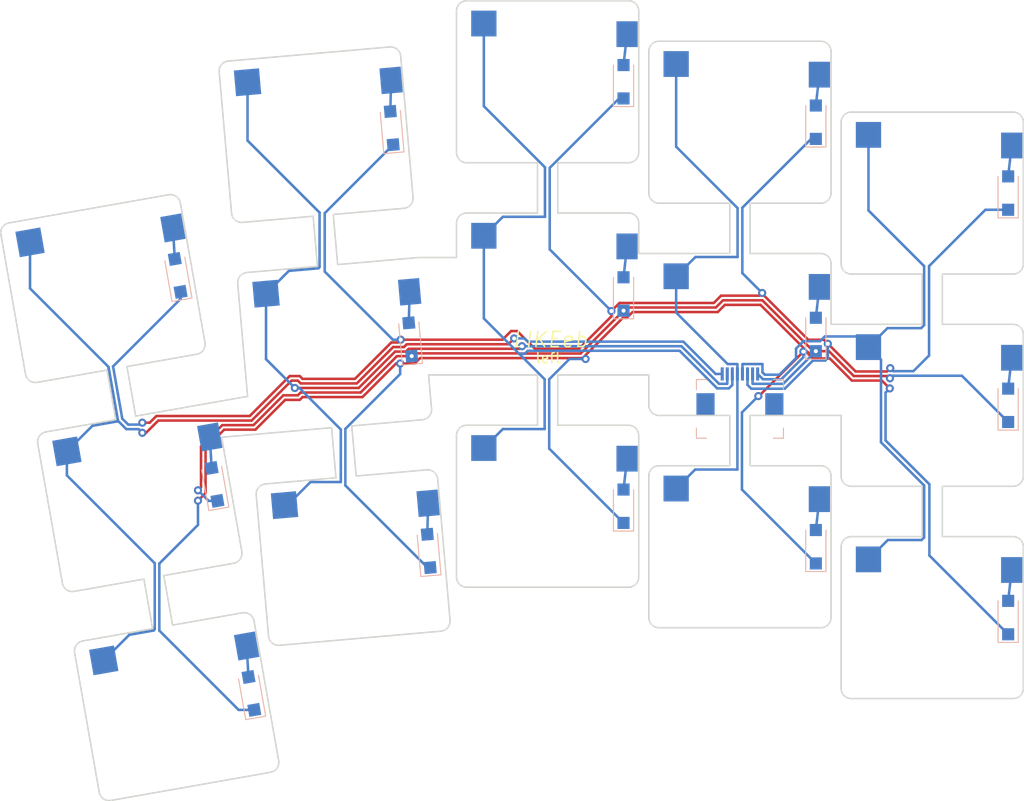
<source format=kicad_pcb>
(kicad_pcb (version 20221018) (generator pcbnew)
  (title_block (title "left") (rev "rev1.2") (company "nikservik"))
  (layers (0 "F.Cu" signal) (31 "B.Cu" signal) (34 "B.Paste" user) (35 "F.Paste" user) (36 "B.SilkS" user "B.Silkscreen") (37 "F.SilkS" user "F.Silkscreen") (38 "B.Mask" user) (39 "F.Mask" user) (44 "Edge.Cuts" user))
  (net 0 "")
  (net 1 "C1")
  (net 2 "RL2")
  (net 3 "S1_s2d")
  (net 4 "RL1")
  (net 5 "S2_s2d")
  (net 6 "RL3")
  (net 7 "S3_s2d")
  (net 8 "C2")
  (net 9 "S4_s2d")
  (net 10 "S5_s2d")
  (net 11 "S6_s2d")
  (net 12 "C3")
  (net 13 "S7_s2d")
  (net 14 "S8_s2d")
  (net 15 "S9_s2d")
  (net 16 "C4")
  (net 17 "S10_s2d")
  (net 18 "S11_s2d")
  (net 19 "S12_s2d")
  (net 20 "C5")
  (net 21 "S13_s2d")
  (net 22 "S14_s2d")
  (net 23 "S15_s2d")
  (footprint "GateronLowProfileSwitch" (layer "F.Cu") (at 140.291967 58.91441)
    (fp_text reference "S8" hide)
    (fp_text value "" hide)
  )
  (footprint "GateronLowProfileSwitch" (layer "F.Cu") (at 119.249795 85.034956 5)
    (fp_text reference "S4" hide)
    (fp_text value "" hide)
  )
  (footprint "GateronLowProfileSwitch" (layer "F.Cu") (at 178.291967 69.91441)
    (fp_text reference "S14" hide)
    (fp_text value "" hide)
  )
  (footprint "GateronLowProfileSwitch" (layer "F.Cu") (at 96.358598 79.348581 10)
    (fp_text reference "S2" hide)
    (fp_text value "" hide)
  )
  (footprint "GateronLowProfileSwitch" (layer "F.Cu") (at 103.641402 120.651419 10)
    (fp_text reference "S3" hide)
    (fp_text value "" hide)
  )
  (footprint "GateronLowProfileSwitch" (layer "F.Cu") (at 140.291967 79.88441)
    (fp_text reference "S7" hide)
    (fp_text value "" hide)
  )
  (footprint "GateronLowProfileSwitch" (layer "F.Cu") (at 178.291967 111.85441)
    (fp_text reference "S15" hide)
    (fp_text value "" hide)
  )
  (footprint "GateronLowProfileSwitch" (layer "F.Cu") (at 159.291967 104.85441)
    (fp_text reference "S12" hide)
    (fp_text value "" hide)
  )
  (footprint "GateronLowProfileSwitch" (layer "F.Cu") (at 100 100 10)
    (fp_text reference "S1" hide)
    (fp_text value "" hide)
  )
  (footprint "GateronLowProfileSwitch" (layer "F.Cu") (at 159.291967 62.91441)
    (fp_text reference "S11" hide)
    (fp_text value "" hide)
  )
  (footprint "GateronLowProfileSwitch" (layer "F.Cu") (at 117.422139 64.144753 5)
    (fp_text reference "S5" hide)
    (fp_text value "" hide)
  )
  (footprint "GateronLowProfileSwitch" (layer "F.Cu") (at 159.291967 83.88441)
    (fp_text reference "S10" hide)
    (fp_text value "" hide)
  )
  (footprint "GateronLowProfileSwitch" (layer "F.Cu") (at 121.077451 105.925158 5)
    (fp_text reference "S6" hide)
    (fp_text value "" hide)
  )
  (footprint "GateronLowProfileSwitch" (layer "F.Cu") (at 178.291967 90.88441)
    (fp_text reference "S13" hide)
    (fp_text value "" hide)
  )
  (footprint "GateronLowProfileSwitch" (layer "F.Cu") (at 140.291967 100.85441)
    (fp_text reference "S9" hide)
    (fp_text value "" hide)
  )
  (footprint "SmdDiode" (layer "B.Cu") (at 117.422139 64.144753 5)
    (fp_text reference "")
    (fp_text value "")
  )
  (footprint "SmdDiode" (layer "B.Cu") (at 96.358598 79.348581 10)
    (fp_text reference "")
    (fp_text value "")
  )
  (footprint "SmdDiode" (layer "B.Cu") (at 103.641402 120.651419 10)
    (fp_text reference "")
    (fp_text value "")
  )
  (footprint "SmdDiode" (layer "B.Cu") (at 100 100 10)
    (fp_text reference "")
    (fp_text value "")
  )
  (footprint "SmdDiode" (layer "B.Cu") (at 178.291967 90.88441)
    (fp_text reference "")
    (fp_text value "")
  )
  (footprint "SmdDiode" (layer "B.Cu") (at 119.249795 85.034956 5)
    (fp_text reference "")
    (fp_text value "")
  )
  (footprint "SmdDiode" (layer "B.Cu") (at 178.291967 111.85441)
    (fp_text reference "")
    (fp_text value "")
  )
  (footprint "SmdDiode" (layer "B.Cu") (at 178.291967 69.91441)
    (fp_text reference "")
    (fp_text value "")
  )
  (footprint "SmdDiode" (layer "B.Cu") (at 159.291967 104.85441)
    (fp_text reference "")
    (fp_text value "")
  )
  (footprint "SmdDiode" (layer "B.Cu") (at 121.077451 105.925158 5)
    (fp_text reference "")
    (fp_text value "")
  )
  (footprint "SmdDiode" (layer "B.Cu") (at 159.291967 83.88441)
    (fp_text reference "")
    (fp_text value "")
  )
  (footprint "HKW FPC Socket" (layer "B.Cu") (at 159.291967 90.78441 180)
    (fp_text reference "_1" hide)
    (fp_text value "" hide)
  )
  (footprint "SmdDiode" (layer "B.Cu") (at 140.291967 79.88441)
    (fp_text reference "")
    (fp_text value "")
  )
  (footprint "SmdDiode" (layer "B.Cu") (at 140.291967 100.85441)
    (fp_text reference "")
    (fp_text value "")
  )
  (footprint "SmdDiode" (layer "B.Cu") (at 159.291967 62.91441)
    (fp_text reference "")
    (fp_text value "")
  )
  (footprint "SmdDiode" (layer "B.Cu") (at 140.291967 58.91441)
    (fp_text reference "")
    (fp_text value "")
  )
  (gr_line (start 110.149827 72.811556) (end 117.12319 72.201466) (stroke (width 0.15)) (layer "Edge.Cuts"))
  (gr_line (start 118.950846 93.091669) (end 119.38401 98.042757) (stroke (width 0.15)) (layer "Edge.Cuts"))
  (gr_line (start 108.088287 94.04202) (end 118.950846 93.091669) (stroke (width 0.15)) (layer "Edge.Cuts"))
  (gr_arc (start 187.291967 76.91441) (mid 186.999074 77.621517) (end 186.291967 77.91441) (stroke (width 0.15)) (layer "Edge.Cuts"))
  (gr_arc (start 110.130679 111.383771) (mid 110.877904 111.549427) (end 111.289135 112.194931) (stroke (width 0.15)) (layer "Edge.Cuts"))
  (gr_line (start 168.291967 69.91441) (end 168.291967 55.91441) (stroke (width 0.15)) (layer "Edge.Cuts"))
  (gr_line (start 160.291967 70.91441) (end 167.291967 70.91441) (stroke (width 0.15)) (layer "Edge.Cuts"))
  (gr_arc (start 113.80514 114.591962) (mid 113.075196 114.361812) (end 112.721789 113.682923) (stroke (width 0.15)) (layer "Edge.Cuts"))
  (gr_arc (start 170.291967 98.88441) (mid 169.58486 98.591517) (end 169.291967 97.88441) (stroke (width 0.15)) (layer "Edge.Cuts"))
  (gr_line (start 158.291967 70.91441) (end 158.291967 75.88441) (stroke (width 0.15)) (layer "Edge.Cuts"))
  (gr_line (start 179.291967 103.85441) (end 179.291967 98.88441) (stroke (width 0.15)) (layer "Edge.Cuts"))
  (gr_line (start 186.291967 103.85441) (end 179.291967 103.85441) (stroke (width 0.15)) (layer "Edge.Cuts"))
  (gr_line (start 127.518301 76.280996) (end 126.522107 76.368152) (stroke (width 0.15)) (layer "Edge.Cuts"))
  (gr_arc (start 167.291967 75.88441) (mid 167.999074 76.177303) (end 168.291967 76.88441) (stroke (width 0.15)) (layer "Edge.Cuts"))
  (gr_line (start 110.130679 111.383771) (end 103.237025 112.599308) (stroke (width 0.15)) (layer "Edge.Cuts"))
  (gr_arc (start 93.510723 109.267648) (mid 92.763498 109.101992) (end 92.352267 108.456488) (stroke (width 0.15)) (layer "Edge.Cuts"))
  (gr_arc (start 151.291967 70.91441) (mid 150.58486 70.621517) (end 150.291967 69.91441) (stroke (width 0.15)) (layer "Edge.Cuts"))
  (gr_line (start 124.694451 55.477949) (end 108.755336 56.872441) (stroke (width 0.15)) (layer "Edge.Cuts"))
  (gr_line (start 148.291967 92.85441) (end 141.291967 92.85441) (stroke (width 0.15)) (layer "Edge.Cuts"))
  (gr_line (start 158.291967 91.88441) (end 158.291967 96.85441) (stroke (width 0.15)) (layer "Edge.Cuts"))
  (gr_line (start 187.291967 118.85441) (end 187.291967 104.85441) (stroke (width 0.15)) (layer "Edge.Cuts"))
  (gr_line (start 99.595622 91.94789) (end 106.489277 90.732353) (stroke (width 0.15)) (layer "Edge.Cuts"))
  (gr_line (start 126.522106 76.368152) (end 119.548744 76.978242) (stroke (width 0.15)) (layer "Edge.Cuts"))
  (gr_line (start 186.291967 61.91441) (end 170.291967 61.91441) (stroke (width 0.15)) (layer "Edge.Cuts"))
  (gr_line (start 97.152126 129.919066) (end 112.90905 127.140695) (stroke (width 0.15)) (layer "Edge.Cuts"))
  (gr_arc (start 150.291967 55.91441) (mid 150.58486 55.207303) (end 151.291967 54.91441) (stroke (width 0.15)) (layer "Edge.Cuts"))
  (gr_line (start 177.291967 98.88441) (end 177.291967 103.85441) (stroke (width 0.15)) (layer "Edge.Cuts"))
  (gr_line (start 187.291967 76.91441) (end 187.291967 62.91441) (stroke (width 0.15)) (layer "Edge.Cuts"))
  (gr_arc (start 128.825638 91.223917) (mid 128.595487 91.95386) (end 127.916598 92.307267) (stroke (width 0.15)) (layer "Edge.Cuts"))
  (gr_line (start 148.291967 50.91441) (end 132.291967 50.91441) (stroke (width 0.15)) (layer "Edge.Cuts"))
  (gr_arc (start 151.291967 91.88441) (mid 150.58486 91.591517) (end 150.291967 90.88441) (stroke (width 0.15)) (layer "Edge.Cuts"))
  (gr_line (start 113.720209 125.982239) (end 111.289135 112.194931) (stroke (width 0.15)) (layer "Edge.Cuts"))
  (gr_line (start 128.349763 97.258355) (end 121.3764 97.868445) (stroke (width 0.15)) (layer "Edge.Cuts"))
  (gr_arc (start 106.437405 84.679402) (mid 106.271749 85.426627) (end 105.626245 85.837858) (stroke (width 0.15)) (layer "Edge.Cuts"))
  (gr_line (start 100.404378 108.05211) (end 101.267409 112.946605) (stroke (width 0.15)) (layer "Edge.Cuts"))
  (gr_line (start 131.291967 93.85441) (end 131.291967 107.85441) (stroke (width 0.15)) (layer "Edge.Cuts"))
  (gr_line (start 126.997982 70.333714) (end 125.777801 56.386988) (stroke (width 0.15)) (layer "Edge.Cuts"))
  (gr_arc (start 167.291967 96.85441) (mid 167.999074 97.147303) (end 168.291967 97.85441) (stroke (width 0.15)) (layer "Edge.Cuts"))
  (gr_arc (start 102.847875 70.080935) (mid 103.595099 70.246591) (end 104.00633 70.892094) (stroke (width 0.15)) (layer "Edge.Cuts"))
  (gr_line (start 150.291967 55.91441) (end 150.291967 69.91441) (stroke (width 0.15)) (layer "Edge.Cuts"))
  (gr_arc (start 89.921193 94.66918) (mid 90.086848 93.921955) (end 90.732352 93.510723) (stroke (width 0.15)) (layer "Edge.Cuts"))
  (gr_line (start 170.291967 98.88441) (end 177.291967 98.88441) (stroke (width 0.15)) (layer "Edge.Cuts"))
  (gr_line (start 141.291967 71.88441) (end 141.291967 66.91441) (stroke (width 0.15)) (layer "Edge.Cuts"))
  (gr_arc (start 148.291967 50.91441) (mid 148.999074 51.207303) (end 149.291967 51.91441) (stroke (width 0.15)) (layer "Edge.Cuts"))
  (gr_line (start 170.291967 119.85441) (end 186.291967 119.85441) (stroke (width 0.15)) (layer "Edge.Cuts"))
  (gr_line (start 98.732591 87.053395) (end 105.626245 85.837858) (stroke (width 0.15)) (layer "Edge.Cuts"))
  (gr_arc (start 169.291967 62.91441) (mid 169.58486 62.207303) (end 170.291967 61.91441) (stroke (width 0.15)) (layer "Edge.Cuts"))
  (gr_line (start 96.762975 87.400692) (end 97.626007 92.295186) (stroke (width 0.15)) (layer "Edge.Cuts"))
  (gr_line (start 131.291967 72.88441) (end 131.291967 76.28041) (stroke (width 0.15)) (layer "Edge.Cuts"))
  (gr_arc (start 86.27979 74.017761) (mid 86.445446 73.270536) (end 87.09095 72.859305) (stroke (width 0.15)) (layer "Edge.Cuts"))
  (gr_line (start 179.291967 77.91441) (end 186.291967 77.91441) (stroke (width 0.15)) (layer "Edge.Cuts"))
  (gr_line (start 167.291967 75.88441) (end 160.291967 75.88441) (stroke (width 0.15)) (layer "Edge.Cuts"))
  (gr_line (start 168.291967 82.88441) (end 177.291967 82.88441) (stroke (width 0.15)) (layer "Edge.Cuts"))
  (gr_line (start 179.291967 82.88441) (end 179.291967 77.91441) (stroke (width 0.15)) (layer "Edge.Cuts"))
  (gr_line (start 160.291967 75.88441) (end 160.291967 70.91441) (stroke (width 0.15)) (layer "Edge.Cuts"))
  (gr_line (start 131.291967 51.91441) (end 131.291967 65.91441) (stroke (width 0.15)) (layer "Edge.Cuts"))
  (gr_line (start 132.291967 66.91441) (end 139.291967 66.91441) (stroke (width 0.15)) (layer "Edge.Cuts"))
  (gr_line (start 170.291967 77.91441) (end 177.291967 77.91441) (stroke (width 0.15)) (layer "Edge.Cuts"))
  (gr_arc (start 186.291967 82.88441) (mid 186.999074 83.177303) (end 187.291967 83.88441) (stroke (width 0.15)) (layer "Edge.Cuts"))
  (gr_line (start 141.291967 87.88441) (end 150.291967 87.88441) (stroke (width 0.15)) (layer "Edge.Cuts"))
  (gr_arc (start 132.291967 66.91441) (mid 131.58486 66.621517) (end 131.291967 65.91441) (stroke (width 0.15)) (layer "Edge.Cuts"))
  (gr_line (start 179.291967 98.88441) (end 186.291967 98.88441) (stroke (width 0.15)) (layer "Edge.Cuts"))
  (gr_arc (start 168.291967 69.91441) (mid 167.999074 70.621517) (end 167.291967 70.91441) (stroke (width 0.15)) (layer "Edge.Cuts"))
  (gr_line (start 151.291967 112.85441) (end 167.291967 112.85441) (stroke (width 0.15)) (layer "Edge.Cuts"))
  (gr_arc (start 126.997981 70.333714) (mid 126.767831 71.063657) (end 126.088943 71.417064) (stroke (width 0.15)) (layer "Edge.Cuts"))
  (gr_line (start 151.291967 70.91441) (end 158.291967 70.91441) (stroke (width 0.15)) (layer "Edge.Cuts"))
  (gr_line (start 107.846297 57.955792) (end 109.066477 71.902517) (stroke (width 0.15)) (layer "Edge.Cuts"))
  (gr_line (start 119.548744 76.978242) (end 119.11558 72.027155) (stroke (width 0.15)) (layer "Edge.Cuts"))
  (gr_arc (start 148.291967 92.85441) (mid 148.999074 93.147303) (end 149.291967 93.85441) (stroke (width 0.15)) (layer "Edge.Cuts"))
  (gr_line (start 127.518967 76.28041) (end 127.518967 76.288606) (stroke (width 0.15)) (layer "Edge.Cuts"))
  (gr_line (start 139.291967 66.91441) (end 139.291967 71.88441) (stroke (width 0.15)) (layer "Edge.Cuts"))
  (gr_line (start 158.291967 96.85441) (end 151.291967 96.85441) (stroke (width 0.15)) (layer "Edge.Cuts"))
  (gr_line (start 102.847874 70.080934) (end 87.09095 72.859305) (stroke (width 0.15)) (layer "Edge.Cuts"))
  (gr_arc (start 150.291967 97.85441) (mid 150.58486 97.147303) (end 151.291967 96.85441) (stroke (width 0.15)) (layer "Edge.Cuts"))
  (gr_line (start 168.291967 111.85441) (end 168.291967 97.85441) (stroke (width 0.15)) (layer "Edge.Cuts"))
  (gr_line (start 119.11558 72.027155) (end 126.088943 71.417064) (stroke (width 0.15)) (layer "Edge.Cuts"))
  (gr_line (start 117.556354 77.152554) (end 110.582991 77.762644) (stroke (width 0.15)) (layer "Edge.Cuts"))
  (gr_line (start 132.291967 108.85441) (end 148.291967 108.85441) (stroke (width 0.15)) (layer "Edge.Cuts"))
  (gr_line (start 150.291967 87.88441) (end 150.291967 90.88441) (stroke (width 0.15)) (layer "Edge.Cuts"))
  (gr_line (start 139.291967 71.88441) (end 132.291967 71.88441) (stroke (width 0.15)) (layer "Edge.Cuts"))
  (gr_line (start 187.291967 97.88441) (end 187.291967 83.88441) (stroke (width 0.15)) (layer "Edge.Cuts"))
  (gr_line (start 99.595622 91.94789) (end 98.732591 87.053395) (stroke (width 0.15)) (layer "Edge.Cuts"))
  (gr_arc (start 170.291967 77.91441) (mid 169.58486 77.621517) (end 169.291967 76.91441) (stroke (width 0.15)) (layer "Edge.Cuts"))
  (gr_arc (start 131.291967 93.85441) (mid 131.58486 93.147303) (end 132.291967 92.85441) (stroke (width 0.15)) (layer "Edge.Cuts"))
  (gr_line (start 93.562595 115.320598) (end 95.99367 129.107906) (stroke (width 0.15)) (layer "Edge.Cuts"))
  (gr_arc (start 186.291967 103.85441) (mid 186.999074 104.147303) (end 187.291967 104.85441) (stroke (width 0.15)) (layer "Edge.Cuts"))
  (gr_line (start 89.869321 88.616229) (end 96.762975 87.400692) (stroke (width 0.15)) (layer "Edge.Cuts"))
  (gr_line (start 117.12319 72.201466) (end 117.556354 77.152554) (stroke (width 0.15)) (layer "Edge.Cuts"))
  (gr_arc (start 149.291967 107.85441) (mid 148.999074 108.561517) (end 148.291967 108.85441) (stroke (width 0.15)) (layer "Edge.Cuts"))
  (gr_arc (start 167.291967 54.91441) (mid 167.999074 55.207303) (end 168.291967 55.91441) (stroke (width 0.15)) (layer "Edge.Cuts"))
  (gr_line (start 111.501608 99.736197) (end 112.721789 113.682923) (stroke (width 0.15)) (layer "Edge.Cuts"))
  (gr_arc (start 148.291967 71.88441) (mid 148.999074 72.177303) (end 149.291967 72.88441) (stroke (width 0.15)) (layer "Edge.Cuts"))
  (gr_arc (start 151.291967 112.85441) (mid 150.58486 112.561517) (end 150.291967 111.85441) (stroke (width 0.15)) (layer "Edge.Cuts"))
  (gr_line (start 167.291967 96.85441) (end 160.291967 96.85441) (stroke (width 0.15)) (layer "Edge.Cuts"))
  (gr_line (start 89.921193 94.669179) (end 92.352268 108.456488) (stroke (width 0.15)) (layer "Edge.Cuts"))
  (gr_arc (start 131.291967 51.91441) (mid 131.58486 51.207303) (end 132.291967 50.91441) (stroke (width 0.15)) (layer "Edge.Cuts"))
  (gr_line (start 160.291967 96.85441) (end 160.291967 91.88441) (stroke (width 0.15)) (layer "Edge.Cuts"))
  (gr_line (start 158.291967 75.88441) (end 151.291967 75.88441) (stroke (width 0.15)) (layer "Edge.Cuts"))
  (gr_line (start 168.291967 82.88441) (end 168.291967 76.88441) (stroke (width 0.15)) (layer "Edge.Cuts"))
  (gr_line (start 131.291967 76.28041) (end 127.518967 76.28041) (stroke (width 0.15)) (layer "Edge.Cuts"))
  (gr_line (start 177.291967 103.85441) (end 170.291967 103.85441) (stroke (width 0.15)) (layer "Edge.Cuts"))
  (gr_line (start 149.291967 107.85441) (end 149.291967 93.85441) (stroke (width 0.15)) (layer "Edge.Cuts"))
  (gr_line (start 120.943236 92.917357) (end 127.916598 92.307267) (stroke (width 0.15)) (layer "Edge.Cuts"))
  (gr_line (start 139.291967 87.88441) (end 139.291967 92.85441) (stroke (width 0.15)) (layer "Edge.Cuts"))
  (gr_arc (start 89.869321 88.616229) (mid 89.122096 88.450573) (end 88.710865 87.805069) (stroke (width 0.15)) (layer "Edge.Cuts"))
  (gr_arc (start 170.291967 119.85441) (mid 169.58486 119.561517) (end 169.291967 118.85441) (stroke (width 0.15)) (layer "Edge.Cuts"))
  (gr_arc (start 97.152126 129.919066) (mid 96.404901 129.75341) (end 95.99367 129.107906) (stroke (width 0.15)) (layer "Edge.Cuts"))
  (gr_arc (start 149.291967 65.91441) (mid 148.999074 66.621517) (end 148.291967 66.91441) (stroke (width 0.15)) (layer "Edge.Cuts"))
  (gr_line (start 106.437405 84.679402) (end 104.00633 70.892094) (stroke (width 0.15)) (layer "Edge.Cuts"))
  (gr_arc (start 109.673952 78.845995) (mid 109.904102 78.116051) (end 110.582991 77.762644) (stroke (width 0.15)) (layer "Edge.Cuts"))
  (gr_line (start 119.38401 98.042757) (end 112.410647 98.652847) (stroke (width 0.15)) (layer "Edge.Cuts"))
  (gr_line (start 151.291967 91.88441) (end 158.291967 91.88441) (stroke (width 0.15)) (layer "Edge.Cuts"))
  (gr_line (start 110.078807 105.330821) (end 108.088287 94.04202) (stroke (width 0.15)) (layer "Edge.Cuts"))
  (gr_line (start 128.533468 87.88441) (end 139.291967 87.88441) (stroke (width 0.15)) (layer "Edge.Cuts"))
  (gr_line (start 128.825637 91.223917) (end 128.533468 87.88441) (stroke (width 0.15)) (layer "Edge.Cuts"))
  (gr_line (start 141.291967 92.85441) (end 141.291967 87.88441) (stroke (width 0.15)) (layer "Edge.Cuts"))
  (gr_line (start 150.291967 97.85441) (end 150.291967 111.85441) (stroke (width 0.15)) (layer "Edge.Cuts"))
  (gr_arc (start 93.562595 115.320598) (mid 93.728251 114.573373) (end 94.373755 114.162142) (stroke (width 0.15)) (layer "Edge.Cuts"))
  (gr_line (start 109.673952 78.845994) (end 110.649693 89.998759) (stroke (width 0.15)) (layer "Edge.Cuts"))
  (gr_line (start 169.291967 62.91441) (end 169.291967 76.91441) (stroke (width 0.15)) (layer "Edge.Cuts"))
  (gr_arc (start 187.291967 118.85441) (mid 186.999074 119.561517) (end 186.291967 119.85441) (stroke (width 0.15)) (layer "Edge.Cuts"))
  (gr_arc (start 187.291967 97.88441) (mid 186.999074 98.591517) (end 186.291967 98.88441) (stroke (width 0.15)) (layer "Edge.Cuts"))
  (gr_line (start 127.518967 76.288606) (end 127.518301 76.280996) (stroke (width 0.15)) (layer "Edge.Cuts"))
  (gr_line (start 169.291967 104.85441) (end 169.291967 118.85441) (stroke (width 0.15)) (layer "Edge.Cuts"))
  (gr_line (start 186.291967 82.88441) (end 179.291967 82.88441) (stroke (width 0.15)) (layer "Edge.Cuts"))
  (gr_arc (start 130.653294 112.11412) (mid 130.423143 112.844063) (end 129.744254 113.19747) (stroke (width 0.15)) (layer "Edge.Cuts"))
  (gr_line (start 97.626007 92.295186) (end 90.732353 93.510723) (stroke (width 0.15)) (layer "Edge.Cuts"))
  (gr_arc (start 110.078807 105.33082) (mid 109.913152 106.078045) (end 109.267648 106.489277) (stroke (width 0.15)) (layer "Edge.Cuts"))
  (gr_line (start 113.805139 114.591962) (end 129.744254 113.19747) (stroke (width 0.15)) (layer "Edge.Cuts"))
  (gr_line (start 139.291967 92.85441) (end 132.291967 92.85441) (stroke (width 0.15)) (layer "Edge.Cuts"))
  (gr_arc (start 111.501608 99.736198) (mid 111.731758 99.006254) (end 112.410647 98.652847) (stroke (width 0.15)) (layer "Edge.Cuts"))
  (gr_line (start 93.510723 109.267647) (end 100.404378 108.05211) (stroke (width 0.15)) (layer "Edge.Cuts"))
  (gr_arc (start 169.291967 104.85441) (mid 169.58486 104.147303) (end 170.291967 103.85441) (stroke (width 0.15)) (layer "Edge.Cuts"))
  (gr_arc (start 168.291967 111.85441) (mid 167.999074 112.561517) (end 167.291967 112.85441) (stroke (width 0.15)) (layer "Edge.Cuts"))
  (gr_line (start 149.291967 65.91441) (end 149.291967 51.91441) (stroke (width 0.15)) (layer "Edge.Cuts"))
  (gr_line (start 110.649693 89.998759) (end 106.489277 90.732353) (stroke (width 0.15)) (layer "Edge.Cuts"))
  (gr_arc (start 124.69445 55.477949) (mid 125.424394 55.708099) (end 125.777801 56.386988) (stroke (width 0.15)) (layer "Edge.Cuts"))
  (gr_arc (start 110.149827 72.811557) (mid 109.419884 72.581406) (end 109.066477 71.902517) (stroke (width 0.15)) (layer "Edge.Cuts"))
  (gr_arc (start 113.72021 125.982239) (mid 113.554554 126.729464) (end 112.90905 127.140695) (stroke (width 0.15)) (layer "Edge.Cuts"))
  (gr_line (start 148.291967 71.88441) (end 141.291967 71.88441) (stroke (width 0.15)) (layer "Edge.Cuts"))
  (gr_line (start 177.291967 77.91441) (end 177.291967 82.88441) (stroke (width 0.15)) (layer "Edge.Cuts"))
  (gr_arc (start 131.291967 72.88441) (mid 131.58486 72.177303) (end 132.291967 71.88441) (stroke (width 0.15)) (layer "Edge.Cuts"))
  (gr_line (start 130.653293 112.11412) (end 129.433113 98.167394) (stroke (width 0.15)) (layer "Edge.Cuts"))
  (gr_line (start 167.291967 54.91441) (end 151.291967 54.91441) (stroke (width 0.15)) (layer "Edge.Cuts"))
  (gr_arc (start 107.846296 57.955791) (mid 108.076447 57.225848) (end 108.755336 56.872441) (stroke (width 0.15)) (layer "Edge.Cuts"))
  (gr_line (start 101.267409 112.946605) (end 94.373755 114.162142) (stroke (width 0.15)) (layer "Edge.Cuts"))
  (gr_line (start 103.237025 112.599308) (end 102.373993 107.704814) (stroke (width 0.15)) (layer "Edge.Cuts"))
  (gr_line (start 151.291967 75.88441) (end 149.291967 75.88441) (stroke (width 0.15)) (layer "Edge.Cuts"))
  (gr_line (start 169.291967 91.88441) (end 169.291967 97.88441) (stroke (width 0.15)) (layer "Edge.Cuts"))
  (gr_line (start 141.291967 66.91441) (end 148.291967 66.91441) (stroke (width 0.15)) (layer "Edge.Cuts"))
  (gr_arc (start 128.349762 97.258355) (mid 129.079706 97.488505) (end 129.433113 98.167394) (stroke (width 0.15)) (layer "Edge.Cuts"))
  (gr_arc (start 132.291967 108.85441) (mid 131.58486 108.561517) (end 131.291967 107.85441) (stroke (width 0.15)) (layer "Edge.Cuts"))
  (gr_line (start 102.373993 107.704814) (end 109.267647 106.489277) (stroke (width 0.15)) (layer "Edge.Cuts"))
  (gr_arc (start 186.291967 61.91441) (mid 186.999074 62.207303) (end 187.291967 62.91441) (stroke (width 0.15)) (layer "Edge.Cuts"))
  (gr_line (start 160.291967 91.88441) (end 169.291967 91.88441) (stroke (width 0.15)) (layer "Edge.Cuts"))
  (gr_line (start 86.279791 74.017761) (end 88.710865 87.805069) (stroke (width 0.15)) (layer "Edge.Cuts"))
  (gr_line (start 121.3764 97.868445) (end 120.943236 92.917357) (stroke (width 0.15)) (layer "Edge.Cuts"))
  (gr_line (start 149.291967 75.88441) (end 149.291967 72.88441) (stroke (width 0.15)) (layer "Edge.Cuts"))
  (gr_text "LIKEeb" (at 136.76 85.27) (layer "F.SilkS") (effects (font (size 1.5 1.5) (thickness 0.15) italic) (justify left bottom)))
  (gr_text "left" (at 138.99 86.81) (layer "F.SilkS") (effects (font (size 1 1)) (justify left bottom)))
  (segment (start 136.409991 84.850009) (end 136.987499 84.272501) (width 0.25) (layer "F.Cu") (net 1))
  (segment (start 101.826396 92.39) (end 111.05 92.39) (width 0.25) (layer "F.Cu") (net 1))
  (segment (start 114.995 88.445) (end 115.620305 88.445) (width 0.25) (layer "F.Cu") (net 1))
  (segment (start 100.616396 93.6) (end 101.826396 92.39) (width 0.25) (layer "F.Cu") (net 1))
  (segment (start 126.103361 85.125009) (end 126.378361 84.850009) (width 0.25) (layer "F.Cu") (net 1))
  (segment (start 126.378361 84.850009) (end 136.409991 84.850009) (width 0.25) (layer "F.Cu") (net 1))
  (segment (start 111.05 92.39) (end 114.995 88.445) (width 0.25) (layer "F.Cu") (net 1))
  (segment (start 115.895305 88.72) (end 121.440812 88.72) (width 0.25) (layer "F.Cu") (net 1))
  (segment (start 115.620305 88.445) (end 115.895305 88.72) (width 0.25) (layer "F.Cu") (net 1))
  (segment (start 121.440812 88.72) (end 125.035803 85.125009) (width 0.25) (layer "F.Cu") (net 1))
  (segment (start 125.035803 85.125009) (end 126.103361 85.125009) (width 0.25) (layer "F.Cu") (net 1))
  (segment (start 100.25 93.6) (end 100.616396 93.6) (width 0.25) (layer "F.Cu") (net 1))
  (via (at 136.987499 84.272501) (size 0.8) (drill 0.4) (layers "F.Cu" "B.Cu") (net 1))
  (via (at 100.25 93.6) (size 0.8) (drill 0.4) (layers "F.Cu" "B.Cu") (net 1))
  (segment (start 89.155832 74.77992) (end 89.155832 79.335832) (width 0.25) (layer "B.Cu") (net 1))
  (segment (start 138.332804 84.592501) (end 153.698897 84.592501) (width 0.25) (layer "B.Cu") (net 1))
  (segment (start 98.67 93.24) (end 99.89 93.24) (width 0.25) (layer "B.Cu") (net 1))
  (segment (start 98.965882 113.555512) (end 96.438636 116.082758) (width 0.25) (layer "B.Cu") (net 1))
  (segment (start 153.698897 84.592501) (end 156.890806 87.78441) (width 0.25) (layer "B.Cu") (net 1))
  (segment (start 101.383723 113.129181) (end 98.965882 113.555512) (width 0.25) (layer "B.Cu") (net 1))
  (segment (start 89.155832 79.335832) (end 96.91 87.09) (width 0.25) (layer "B.Cu") (net 1))
  (segment (start 96.941475 87.26126) (end 97.837355 92.34204) (width 0.25) (layer "B.Cu") (net 1))
  (segment (start 97.742321 92.477762) (end 97.907762 92.477762) (width 0.25) (layer "B.Cu") (net 1))
  (segment (start 97.907762 92.477762) (end 98.67 93.24) (width 0.25) (layer "B.Cu") (net 1))
  (segment (start 101.478757 106.488757) (end 101.478757 112.993459) (width 0.25) (layer "B.Cu") (net 1))
  (segment (start 92.797234 95.431339) (end 92.797234 97.807234) (width 0.25) (layer "B.Cu") (net 1))
  (segment (start 136.987499 84.272501) (end 138.012804 84.272501) (width 0.25) (layer "B.Cu") (net 1))
  (segment (start 92.797234 97.807234) (end 101.478757 106.488757) (width 0.25) (layer "B.Cu") (net 1))
  (segment (start 99.89 93.24) (end 100.25 93.6) (width 0.25) (layer "B.Cu") (net 1))
  (segment (start 95.32448 92.904093) (end 92.797234 95.431339) (width 0.25) (layer "B.Cu") (net 1))
  (segment (start 156.890806 87.78441) (end 157.541967 87.78441) (width 0.25) (layer "B.Cu") (net 1))
  (segment (start 96.91 87.09) (end 96.91 87.229785) (width 0.25) (layer "B.Cu") (net 1))
  (segment (start 101.478757 112.993459) (end 101.383723 113.129181) (width 0.25) (layer "B.Cu") (net 1))
  (segment (start 97.742321 92.477762) (end 95.32448 92.904093) (width 0.25) (layer "B.Cu") (net 1))
  (segment (start 97.837355 92.34204) (end 97.742321 92.477762) (width 0.25) (layer "B.Cu") (net 1))
  (segment (start 138.012804 84.272501) (end 138.332804 84.592501) (width 0.25) (layer "B.Cu") (net 1))
  (segment (start 96.91 87.229785) (end 96.941475 87.26126) (width 0.25) (layer "B.Cu") (net 1))
  (segment (start 125.408595 86.025009) (end 126.865062 86.025009) (width 0.25) (layer "F.Cu") (net 2))
  (segment (start 126.865062 86.025009) (end 127.140062 85.750009) (width 0.25) (layer "F.Cu") (net 2))
  (segment (start 166.539715 85.53441) (end 166.791967 85.53441) (width 0.25) (layer "F.Cu") (net 2))
  (segment (start 147.791967 81.53441) (end 148.106377 81.22) (width 0.25) (layer "F.Cu") (net 2))
  (segment (start 111.236396 92.84) (end 114.181396 89.895) (width 0.25) (layer "F.Cu") (net 2))
  (segment (start 108.15 92.84) (end 111.236396 92.84) (width 0.25) (layer "F.Cu") (net 2))
  (segment (start 143.558876 85.767501) (end 147.791967 81.53441) (width 0.25) (layer "F.Cu") (net 2))
  (segment (start 106.05 98.98) (end 106.05 94.94) (width 0.25) (layer "F.Cu") (net 2))
  (segment (start 165.860305 84.855) (end 166.539715 85.53441) (width 0.25) (layer "F.Cu") (net 2))
  (segment (start 105.75 99.28) (end 106.05 98.98) (width 0.25) (layer "F.Cu") (net 2))
  (segment (start 137.457194 85.767501) (end 143.558876 85.767501) (width 0.25) (layer "F.Cu") (net 2))
  (segment (start 173.894209 87.99) (end 174.113356 88.209147) (width 0.25) (layer "F.Cu") (net 2))
  (segment (start 121.813604 89.62) (end 125.408595 86.025009) (width 0.25) (layer "F.Cu") (net 2))
  (segment (start 161.50941 80.50941) (end 165.855 84.855) (width 0.25) (layer "F.Cu") (net 2))
  (segment (start 115.895305 89.62) (end 121.813604 89.62) (width 0.25) (layer "F.Cu") (net 2))
  (segment (start 114.181396 89.895) (end 115.620305 89.895) (width 0.25) (layer "F.Cu") (net 2))
  (segment (start 127.140062 85.750009) (end 137.439702 85.750009) (width 0.25) (layer "F.Cu") (net 2))
  (segment (start 156.91 81.22) (end 157.62059 80.50941) (width 0.25) (layer "F.Cu") (net 2))
  (segment (start 115.620305 89.895) (end 115.895305 89.62) (width 0.25) (layer "F.Cu") (net 2))
  (segment (start 166.791967 85.53441) (end 168.08441 85.53441) (width 0.25) (layer "F.Cu") (net 2))
  (segment (start 137.439702 85.750009) (end 137.457194 85.767501) (width 0.25) (layer "F.Cu") (net 2))
  (segment (start 106.05 94.94) (end 108.15 92.84) (width 0.25) (layer "F.Cu") (net 2))
  (segment (start 170.54 87.99) (end 173.894209 87.99) (width 0.25) (layer "F.Cu") (net 2))
  (segment (start 148.106377 81.22) (end 156.91 81.22) (width 0.25) (layer "F.Cu") (net 2))
  (segment (start 157.62059 80.50941) (end 161.50941 80.50941) (width 0.25) (layer "F.Cu") (net 2))
  (segment (start 165.855 84.855) (end 165.860305 84.855) (width 0.25) (layer "F.Cu") (net 2))
  (segment (start 168.08441 85.53441) (end 170.54 87.99) (width 0.25) (layer "F.Cu") (net 2))
  (via (at 126.865062 86.025009) (size 0.8) (drill 0.4) (layers "F.Cu" "B.Cu") (net 2))
  (via (at 105.75 99.28) (size 0.8) (drill 0.4) (layers "F.Cu" "B.Cu") (net 2))
  (via (at 174.113356 88.209147) (size 0.8) (drill 0.4) (layers "F.Cu" "B.Cu") (net 2))
  (via (at 147.791967 81.53441) (size 0.8) (drill 0.4) (layers "F.Cu" "B.Cu") (net 2))
  (via (at 166.791967 85.53441) (size 0.8) (drill 0.4) (layers "F.Cu" "B.Cu") (net 2))
  (segment (start 160.566967 88.75941) (end 163.566967 88.75941) (width 0.25) (layer "B.Cu") (net 2))
  (segment (start 106.792571 100.322571) (end 105.75 99.28) (width 0.25) (layer "B.Cu") (net 2))
  (segment (start 163.566967 88.75941) (end 166.791967 85.53441) (width 0.25) (layer "B.Cu") (net 2))
  (segment (start 107.672578 100.322571) (end 106.792571 100.322571) (width 0.25) (layer "B.Cu") (net 2))
  (segment (start 181.216967 87.95941) (end 185.791967 92.53441) (width 0.25) (layer "B.Cu") (net 2))
  (segment (start 174.113356 88.209147) (end 174.363093 87.95941) (width 0.25) (layer "B.Cu") (net 2))
  (segment (start 174.363093 87.95941) (end 181.216967 87.95941) (width 0.25) (layer "B.Cu") (net 2))
  (segment (start 160.541967 88.73441) (end 160.566967 88.75941) (width 0.25) (layer "B.Cu") (net 2))
  (segment (start 160.541967 87.78441) (end 160.541967 88.73441) (width 0.25) (layer "B.Cu") (net 2))
  (segment (start 106.914594 94.008265) (end 107.099539 97.072706) (width 0.25) (layer "B.Cu") (net 3))
  (segment (start 124.849407 84.675009) (end 121.254416 88.27) (width 0.25) (layer "F.Cu") (net 4))
  (segment (start 147.392465 80.77) (end 146.592465 81.57) (width 0.25) (layer "F.Cu") (net 4))
  (segment (start 115.806701 87.995) (end 114.808604 87.995) (width 0.25) (layer "F.Cu") (net 4))
  (segment (start 137.287804 83.547501) (end 139.057804 85.317501) (width 0.25) (layer "F.Cu") (net 4))
  (segment (start 116.081701 88.27) (end 115.806701 87.995) (width 0.25) (layer "F.Cu") (net 4))
  (segment (start 100.98 92.6) (end 100.25 92.6) (width 0.25) (layer "F.Cu") (net 4))
  (segment (start 135.834686 84.400009) (end 136.687194 83.547501) (width 0.25) (layer "F.Cu") (net 4))
  (segment (start 139.057804 85.317501) (end 143.37248 85.317501) (width 0.25) (layer "F.Cu") (net 4))
  (segment (start 167.576509 84.405) (end 166.041396 84.405) (width 0.25) (layer "F.Cu") (net 4))
  (segment (start 157.428027 80.05) (end 156.708027 80.77) (width 0.25) (layer "F.Cu") (net 4))
  (segment (start 136.687194 83.547501) (end 137.287804 83.547501) (width 0.25) (layer "F.Cu") (net 4))
  (segment (start 167.977568 84.806059) (end 167.576509 84.405) (width 0.25) (layer "F.Cu") (net 4))
  (segment (start 161.49 79.853604) (end 161.49 79.78491) (width 0.25) (layer "F.Cu") (net 4))
  (segment (start 161.22491 80.05) (end 157.428027 80.05) (width 0.25) (layer "F.Cu") (net 4))
  (segment (start 146.592465 82.097516) (end 146.592465 81.57) (width 0.25) (layer "F.Cu") (net 4))
  (segment (start 173.81 87.54) (end 174.14 87.21) (width 0.25) (layer "F.Cu") (net 4))
  (segment (start 167.977568 84.806059) (end 167.992455 84.806059) (width 0.25) (layer "F.Cu") (net 4))
  (segment (start 167.992455 84.806059) (end 170.726396 87.54) (width 0.25) (layer "F.Cu") (net 4))
  (segment (start 121.254416 88.27) (end 116.081701 88.27) (width 0.25) (layer "F.Cu") (net 4))
  (segment (start 110.863604 91.94) (end 101.64 91.94) (width 0.25) (layer "F.Cu") (net 4))
  (segment (start 156.708027 80.77) (end 147.392465 80.77) (width 0.25) (layer "F.Cu") (net 4))
  (segment (start 143.37248 85.317501) (end 146.592465 82.097516) (width 0.25) (layer "F.Cu") (net 4))
  (segment (start 170.726396 87.54) (end 173.81 87.54) (width 0.25) (layer "F.Cu") (net 4))
  (segment (start 125.777512 84.400009) (end 135.834686 84.400009) (width 0.25) (layer "F.Cu") (net 4))
  (segment (start 161.49 79.78491) (end 161.22491 80.05) (width 0.25) (layer "F.Cu") (net 4))
  (segment (start 114.808604 87.995) (end 110.863604 91.94) (width 0.25) (layer "F.Cu") (net 4))
  (segment (start 101.64 91.94) (end 100.98 92.6) (width 0.25) (layer "F.Cu") (net 4))
  (segment (start 125.502512 84.675009) (end 124.849407 84.675009) (width 0.25) (layer "F.Cu") (net 4))
  (segment (start 125.777012 84.400509) (end 125.502512 84.675009) (width 0.25) (layer "F.Cu") (net 4))
  (segment (start 166.041396 84.405) (end 161.49 79.853604) (width 0.25) (layer "F.Cu") (net 4))
  (segment (start 125.777012 84.400509) (end 125.777512 84.400009) (width 0.25) (layer "F.Cu") (net 4))
  (via (at 161.49 79.78491) (size 0.8) (drill 0.4) (layers "F.Cu" "B.Cu") (net 4))
  (via (at 100.25 92.6) (size 0.8) (drill 0.4) (layers "F.Cu" "B.Cu") (net 4))
  (via (at 167.977568 84.806059) (size 0.8) (drill 0.4) (layers "F.Cu" "B.Cu") (net 4))
  (via (at 174.14 87.21) (size 0.8) (drill 0.4) (layers "F.Cu" "B.Cu") (net 4))
  (via (at 146.592465 81.57) (size 0.8) (drill 0.4) (layers "F.Cu" "B.Cu") (net 4))
  (via (at 125.777012 84.400509) (size 0.8) (drill 0.4) (layers "F.Cu" "B.Cu") (net 4))
  (segment (start 177.98 85.96) (end 177.98 77.13) (width 0.25) (layer "B.Cu") (net 4))
  (segment (start 167.716967 86.45941) (end 166.503363 86.45941) (width 0.25) (layer "B.Cu") (net 4))
  (segment (start 97.36 87.043389) (end 98.269862 92.203466) (width 0.25) (layer "B.Cu") (net 4))
  (segment (start 125.002923 84.400509) (end 118.27 77.667586) (width 0.25) (layer "B.Cu") (net 4))
  (segment (start 166.503363 86.45941) (end 163.717773 89.245) (width 0.25) (layer "B.Cu") (net 4))
  (segment (start 160.416161 89.245) (end 160.041967 88.870806) (width 0.25) (layer "B.Cu") (net 4))
  (segment (start 174.43941 87.50941) (end 176.43059 87.50941) (width 0.25) (layer "B.Cu") (net 4))
  (segment (start 125.777012 84.400509) (end 125.002923 84.400509) (width 0.25) (layer "B.Cu") (net 4))
  (segment (start 146.592465 81.57) (end 140.5 75.477535) (width 0.25) (layer "B.Cu") (net 4))
  (segment (start 183.54559 71.56441) (end 185.791967 71.56441) (width 0.25) (layer "B.Cu") (net 4))
  (segment (start 163.717773 89.245) (end 160.416161 89.245) (width 0.25) (layer "B.Cu") (net 4))
  (segment (start 174.14 87.21) (end 174.43941 87.50941) (width 0.25) (layer "B.Cu") (net 4))
  (segment (start 159.53 71.36) (end 166.32559 64.56441) (width 0.25) (layer "B.Cu") (net 4))
  (segment (start 97.36 87.04) (end 97.36 87.043389) (width 0.25) (layer "B.Cu") (net 4))
  (segment (start 160.041967 88.870806) (end 160.041967 87.78441) (width 0.25) (layer "B.Cu") (net 4))
  (segment (start 118.27 77.667586) (end 118.27 71.902212) (width 0.25) (layer "B.Cu") (net 4))
  (segment (start 167.977568 84.806059) (end 167.977568 86.198809) (width 0.25) (layer "B.Cu") (net 4))
  (segment (start 104.031176 79.671152) (end 104.031176 80.368824) (width 0.25) (layer "B.Cu") (net 4))
  (segment (start 100.06 92.79) (end 100.25 92.6) (width 0.25) (layer "B.Cu") (net 4))
  (segment (start 140.5 75.477535) (end 140.5 67.423534) (width 0.25) (layer "B.Cu") (net 4))
  (segment (start 159.53 77.82491) (end 159.53 71.36) (width 0.25) (layer "B.Cu") (net 4))
  (segment (start 176.43059 87.50941) (end 177.98 85.96) (width 0.25) (layer "B.Cu") (net 4))
  (segment (start 147.359124 60.56441) (end 147.791967 60.56441) (width 0.25) (layer "B.Cu") (net 4))
  (segment (start 98.856396 92.79) (end 100.06 92.79) (width 0.25) (layer "B.Cu") (net 4))
  (segment (start 167.977568 86.198809) (end 167.716967 86.45941) (width 0.25) (layer "B.Cu") (net 4))
  (segment (start 118.27 71.902212) (end 125.037406 65.134806) (width 0.25) (layer "B.Cu") (net 4))
  (segment (start 104.031176 80.368824) (end 97.36 87.04) (width 0.25) (layer "B.Cu") (net 4))
  (segment (start 98.269862 92.203466) (end 98.856396 92.79) (width 0.25) (layer "B.Cu") (net 4))
  (segment (start 161.49 79.78491) (end 159.53 77.82491) (width 0.25) (layer "B.Cu") (net 4))
  (segment (start 177.98 77.13) (end 183.54559 71.56441) (width 0.25) (layer "B.Cu") (net 4))
  (segment (start 166.32559 64.56441) (end 166.791967 64.56441) (width 0.25) (layer "B.Cu") (net 4))
  (segment (start 140.5 67.423534) (end 147.359124 60.56441) (width 0.25) (layer "B.Cu") (net 4))
  (segment (start 103.273192 73.356847) (end 103.458136 76.421287) (width 0.25) (layer "B.Cu") (net 5))
  (segment (start 157.806986 80.95941) (end 161.323014 80.95941) (width 0.25) (layer "F.Cu") (net 6))
  (segment (start 144.043812 86.305775) (end 143.958037 86.22) (width 0.25) (layer "F.Cu") (net 6))
  (segment (start 148.681682 81.67) (end 157.096396 81.67) (width 0.25) (layer "F.Cu") (net 6))
  (segment (start 147.703363 82.25941) (end 148.092272 82.25941) (width 0.25) (layer "F.Cu") (net 6))
  (segment (start 114.367792 90.345) (end 111.422792 93.29) (width 0.25) (layer "F.Cu") (net 6))
  (segment (start 122 90.07) (end 116.081701 90.07) (width 0.25) (layer "F.Cu") (net 6))
  (segment (start 148.092272 82.25941) (end 148.681682 81.67) (width 0.25) (layer "F.Cu") (net 6))
  (segment (start 173.318904 88.44) (end 174.087443 89.208539) (width 0.25) (layer "F.Cu") (net 6))
  (segment (start 127.695376 86.22) (end 127.163943 86.751433) (width 0.25) (layer "F.Cu") (net 6))
  (segment (start 144.043812 86.305775) (end 144.043812 85.918961) (width 0.25) (layer "F.Cu") (net 6))
  (segment (start 166.066967 85.698058) (end 166.066967 85.834715) (width 0.25) (layer "F.Cu") (net 6))
  (segment (start 125.725028 86.751433) (end 125.318567 86.751433) (width 0.25) (layer "F.Cu") (net 6))
  (segment (start 157.096396 81.67) (end 157.806986 80.95941) (width 0.25) (layer "F.Cu") (net 6))
  (segment (start 166.066967 85.834715) (end 166.491662 86.25941) (width 0.25) (layer "F.Cu") (net 6))
  (segment (start 108.336396 93.29) (end 106.5 95.126396) (width 0.25) (layer "F.Cu") (net 6))
  (segment (start 161.17 89.97) (end 161.11 89.97) (width 0.25) (layer "F.Cu") (net 6))
  (segment (start 161.323014 80.95941) (end 165.56 85.196396) (width 0.25) (layer "F.Cu") (net 6))
  (segment (start 168.173014 86.25941) (end 170.353604 88.44) (width 0.25) (layer "F.Cu") (net 6))
  (segment (start 144.043812 85.918961) (end 147.703363 82.25941) (width 0.25) (layer "F.Cu") (net 6))
  (segment (start 166.491662 86.25941) (end 168.173014 86.25941) (width 0.25) (layer "F.Cu") (net 6))
  (segment (start 165.948909 85.58) (end 166.066967 85.698058) (width 0.25) (layer "F.Cu") (net 6))
  (segment (start 111.422792 93.29) (end 108.336396 93.29) (width 0.25) (layer "F.Cu") (net 6))
  (segment (start 125.318567 86.751433) (end 122 90.07) (width 0.25) (layer "F.Cu") (net 6))
  (segment (start 115.806701 90.345) (end 114.367792 90.345) (width 0.25) (layer "F.Cu") (net 6))
  (segment (start 116.081701 90.07) (end 115.806701 90.345) (width 0.25) (layer "F.Cu") (net 6))
  (segment (start 143.958037 86.22) (end 127.695376 86.22) (width 0.25) (layer "F.Cu") (net 6))
  (segment (start 165.56 85.58) (end 165.948909 85.58) (width 0.25) (layer "F.Cu") (net 6))
  (segment (start 105.752275 100.30303) (end 105.748431 100.30303) (width 0.25) (layer "F.Cu") (net 6))
  (segment (start 165.56 85.58) (end 161.17 89.97) (width 0.25) (layer "F.Cu") (net 6))
  (segment (start 106.5 99.555305) (end 105.752275 100.30303) (width 0.25) (layer "F.Cu") (net 6))
  (segment (start 127.163943 86.751433) (end 125.725028 86.751433) (width 0.25) (layer "F.Cu") (net 6))
  (segment (start 174.087443 89.208539) (end 174.098539 89.208539) (width 0.25) (layer "F.Cu") (net 6))
  (segment (start 106.5 95.126396) (end 106.5 99.555305) (width 0.25) (layer "F.Cu") (net 6))
  (segment (start 170.353604 88.44) (end 173.318904 88.44) (width 0.25) (layer "F.Cu") (net 6))
  (segment (start 165.56 85.196396) (end 165.56 85.58) (width 0.25) (layer "F.Cu") (net 6))
  (via (at 174.098539 89.208539) (size 0.8) (drill 0.4) (layers "F.Cu" "B.Cu") (net 6))
  (via (at 144.043812 86.305775) (size 0.8) (drill 0.4) (layers "F.Cu" "B.Cu") (net 6))
  (via (at 105.748431 100.30303) (size 0.8) (drill 0.4) (layers "F.Cu" "B.Cu") (net 6))
  (via (at 165.56 85.58) (size 0.8) (drill 0.4) (layers "F.Cu" "B.Cu") (net 6))
  (via (at 161.11 89.97) (size 0.8) (drill 0.4) (layers "F.Cu" "B.Cu") (net 6))
  (via (at 125.725028 86.751433) (size 0.8) (drill 0.4) (layers "F.Cu" "B.Cu") (net 6))
  (segment (start 174.098539 89.208539) (end 173.68 89.627078) (width 0.25) (layer "B.Cu") (net 6))
  (segment (start 140.45 88.31) (end 140.45 95.162443) (width 0.25) (layer "B.Cu") (net 6))
  (segment (start 161.566967 88.30941) (end 163.380571 88.30941) (width 0.25) (layer "B.Cu") (net 6))
  (segment (start 101.93 106.52) (end 101.93 113.14) (width 0.25) (layer "B.Cu") (net 6))
  (segment (start 109.76399 120.97399) (end 111.31398 120.97399) (width 0.25) (layer "B.Cu") (net 6))
  (segment (start 120.31 98.8) (end 128.425211 106.915211) (width 0.25) (layer "B.Cu") (net 6))
  (segment (start 178.01 105.722443) (end 185.791967 113.50441) (width 0.25) (layer "B.Cu") (net 6))
  (segment (start 163.380571 88.30941) (end 165.56 86.129981) (width 0.25) (layer "B.Cu") (net 6))
  (segment (start 165.56 86.129981) (end 165.56 85.58) (width 0.25) (layer "B.Cu") (net 6))
  (segment (start 159.491967 99.20441) (end 166.791967 106.50441) (width 0.25) (layer "B.Cu") (net 6))
  (segment (start 125.725028 87.794972) (end 120.31 93.21) (width 0.25) (layer "B.Cu") (net 6))
  (segment (start 161.041967 87.78441) (end 161.566967 88.30941) (width 0.25) (layer "B.Cu") (net 6))
  (segment (start 125.725028 86.751433) (end 125.725028 87.794972) (width 0.25) (layer "B.Cu") (net 6))
  (segment (start 173.68 89.627078) (end 173.68 94.353204) (width 0.25) (layer "B.Cu") (net 6))
  (segment (start 161.11 89.97) (end 159.491967 91.588033) (width 0.25) (layer "B.Cu") (net 6))
  (segment (start 128.425211 106.915211) (end 128.692718 106.915211) (width 0.25) (layer "B.Cu") (net 6))
  (segment (start 101.93 113.14) (end 109.76399 120.97399) (width 0.25) (layer "B.Cu") (net 6))
  (segment (start 105.748431 100.30303) (end 105.748431 102.701569) (width 0.25) (layer "B.Cu") (net 6))
  (segment (start 105.748431 102.701569) (end 101.93 106.52) (width 0.25) (layer "B.Cu") (net 6))
  (segment (start 178.01 98.683204) (end 178.01 105.722443) (width 0.25) (layer "B.Cu") (net 6))
  (segment (start 142.454225 86.305775) (end 140.45 88.31) (width 0.25) (layer "B.Cu") (net 6))
  (segment (start 173.68 94.353204) (end 178.01 98.683204) (width 0.25) (layer "B.Cu") (net 6))
  (segment (start 140.45 95.162443) (end 147.791967 102.50441) (width 0.25) (layer "B.Cu") (net 6))
  (segment (start 144.043812 86.305775) (end 142.454225 86.305775) (width 0.25) (layer "B.Cu") (net 6))
  (segment (start 159.491967 91.588033) (end 159.491967 99.20441) (width 0.25) (layer "B.Cu") (net 6))
  (segment (start 120.31 93.21) (end 120.31 98.8) (width 0.25) (layer "B.Cu") (net 6))
  (segment (start 110.555997 114.659684) (end 110.740941 117.724124) (width 0.25) (layer "B.Cu") (net 7))
  (segment (start 126.564757 85.300009) (end 126.289757 85.575009) (width 0.25) (layer "F.Cu") (net 8))
  (segment (start 137.499991 85.300009) (end 126.564757 85.300009) (width 0.25) (layer "F.Cu") (net 8))
  (segment (start 125.222199 85.575009) (end 121.627208 89.17) (width 0.25) (layer "F.Cu") (net 8))
  (segment (start 137.757499 85.042501) (end 137.499991 85.300009) (width 0.25) (layer "F.Cu") (net 8))
  (segment (start 126.289757 85.575009) (end 125.222199 85.575009) (width 0.25) (layer "F.Cu") (net 8))
  (segment (start 121.627208 89.17) (end 115.32 89.17) (width 0.25) (layer "F.Cu") (net 8))
  (via (at 115.32 89.17) (size 0.8) (drill 0.4) (layers "F.Cu" "B.Cu") (net 8))
  (via (at 137.757499 85.042501) (size 0.8) (drill 0.4) (layers "F.Cu" "B.Cu") (net 8))
  (segment (start 115.32 89.17) (end 115.76 89.17) (width 0.25) (layer "B.Cu") (net 8))
  (segment (start 117.762813 77.217651) (end 117.656313 77.344573) (width 0.25) (layer "B.Cu") (net 8))
  (segment (start 114.58388 100.74612) (end 114.300279 100.74612) (width 0.25) (layer "B.Cu") (net 8))
  (segment (start 115.76 89.17) (end 119.86 93.27) (width 0.25) (layer "B.Cu") (net 8))
  (segment (start 119.86 98.463801) (end 116.866199 98.463801) (width 0.25) (layer "B.Cu") (net 8))
  (segment (start 117.762813 71.842813) (end 117.762813 77.217651) (width 0.25) (layer "B.Cu") (net 8))
  (segment (start 117.656313 77.344573) (end 114.727752 77.600789) (width 0.25) (layer "B.Cu") (net 8))
  (segment (start 119.86 93.27) (end 119.86 98.463801) (width 0.25) (layer "B.Cu") (net 8))
  (segment (start 112.472623 86.322623) (end 115.32 89.17) (width 0.25) (layer "B.Cu") (net 8))
  (segment (start 112.472623 79.855918) (end 112.472623 86.322623) (width 0.25) (layer "B.Cu") (net 8))
  (segment (start 116.866199 98.463801) (end 114.58388 100.74612) (width 0.25) (layer "B.Cu") (net 8))
  (segment (start 114.727752 77.600789) (end 112.472623 79.855918) (width 0.25) (layer "B.Cu") (net 8))
  (segment (start 158.041967 88.73441) (end 158.016967 88.75941) (width 0.25) (layer "B.Cu") (net 8))
  (segment (start 110.644967 64.724967) (end 117.762813 71.842813) (width 0.25) (layer "B.Cu") (net 8))
  (segment (start 158.041967 87.78441) (end 158.041967 88.73441) (width 0.25) (layer "B.Cu") (net 8))
  (segment (start 110.644967 58.965715) (end 110.644967 64.724967) (width 0.25) (layer "B.Cu") (net 8))
  (segment (start 153.512501 85.042501) (end 137.757499 85.042501) (width 0.25) (layer "B.Cu") (net 8))
  (segment (start 158.016967 88.75941) (end 157.22941 88.75941) (width 0.25) (layer "B.Cu") (net 8))
  (segment (start 157.22941 88.75941) (end 153.512501 85.042501) (width 0.25) (layer "B.Cu") (net 8))
  (segment (start 126.660291 79.668668) (end 126.577448 82.737566) (width 0.25) (layer "B.Cu") (net 9))
  (segment (start 124.832635 58.778465) (end 124.749792 61.847363) (width 0.25) (layer "B.Cu") (net 10))
  (segment (start 128.487947 100.558871) (end 128.405104 103.627769) (width 0.25) (layer "B.Cu") (net 11))
  (segment (start 138.025505 85.7998) (end 137.4902 85.7998) (width 0.25) (layer "B.Cu") (net 12))
  (segment (start 158.541967 88.870806) (end 158.203363 89.20941) (width 0.25) (layer "B.Cu") (net 12))
  (segment (start 157.043014 89.20941) (end 153.326105 85.492501) (width 0.25) (layer "B.Cu") (net 12))
  (segment (start 153.326105 85.492501) (end 138.332804 85.492501) (width 0.25) (layer "B.Cu") (net 12))
  (segment (start 138.332804 85.492501) (end 138.025505 85.7998) (width 0.25) (layer "B.Cu") (net 12))
  (segment (start 133.991967 82.301567) (end 137.4902 85.7998) (width 0.25) (layer "B.Cu") (net 12))
  (segment (start 133.991967 74.13441) (end 133.991967 82.301567) (width 0.25) (layer "B.Cu") (net 12))
  (segment (start 140.03 72.25941) (end 135.866967 72.25941) (width 0.25) (layer "B.Cu") (net 12))
  (segment (start 158.541967 87.78441) (end 158.541967 88.870806) (width 0.25) (layer "B.Cu") (net 12))
  (segment (start 158.203363 89.20941) (end 157.043014 89.20941) (width 0.25) (layer "B.Cu") (net 12))
  (segment (start 137.4902 85.7998) (end 140 88.3096) (width 0.25) (layer "B.Cu") (net 12))
  (segment (start 133.991967 53.16441) (end 133.991967 61.331567) (width 0.25) (layer "B.Cu") (net 12))
  (segment (start 135.866967 72.25941) (end 133.991967 74.13441) (width 0.25) (layer "B.Cu") (net 12))
  (segment (start 140 88.3096) (end 140 93.22941) (width 0.25) (layer "B.Cu") (net 12))
  (segment (start 140.03 67.3696) (end 140.03 72.25941) (width 0.25) (layer "B.Cu") (net 12))
  (segment (start 140 93.22941) (end 135.866967 93.22941) (width 0.25) (layer "B.Cu") (net 12))
  (segment (start 135.866967 93.22941) (end 133.991967 95.10441) (width 0.25) (layer "B.Cu") (net 12))
  (segment (start 133.991967 61.331567) (end 140.03 67.3696) (width 0.25) (layer "B.Cu") (net 12))
  (segment (start 148.141967 75.18441) (end 147.791967 78.23441) (width 0.25) (layer "B.Cu") (net 13))
  (segment (start 148.141967 54.21441) (end 147.791967 57.26441) (width 0.25) (layer "B.Cu") (net 14))
  (segment (start 148.141967 96.15441) (end 147.791967 99.20441) (width 0.25) (layer "B.Cu") (net 15))
  (segment (start 152.991967 78.13441) (end 152.991967 81.720985) (width 0.25) (layer "B.Cu") (net 16))
  (segment (start 154.896377 76.23) (end 152.991967 78.13441) (width 0.25) (layer "B.Cu") (net 16))
  (segment (start 152.991967 65.331567) (end 159.06 71.3996) (width 0.25) (layer "B.Cu") (net 16))
  (segment (start 159.016967 86.80941) (end 159.041967 86.83441) (width 0.25) (layer "B.Cu") (net 16))
  (segment (start 159.041967 97.22941) (end 154.866967 97.22941) (width 0.25) (layer "B.Cu") (net 16))
  (segment (start 159.041967 86.83441) (end 159.041967 87.78441) (width 0.25) (layer "B.Cu") (net 16))
  (segment (start 152.991967 57.16441) (end 152.991967 65.331567) (width 0.25) (layer "B.Cu") (net 16))
  (segment (start 159.041967 87.78441) (end 159.041967 97.22941) (width 0.25) (layer "B.Cu") (net 16))
  (segment (start 152.991967 81.720985) (end 158.080392 86.80941) (width 0.25) (layer "B.Cu") (net 16))
  (segment (start 159.06 71.3996) (end 159.06 76.23) (width 0.25) (layer "B.Cu") (net 16))
  (segment (start 159.06 76.23) (end 154.896377 76.23) (width 0.25) (layer "B.Cu") (net 16))
  (segment (start 154.866967 97.22941) (end 152.991967 99.10441) (width 0.25) (layer "B.Cu") (net 16))
  (segment (start 158.080392 86.80941) (end 159.016967 86.80941) (width 0.25) (layer "B.Cu") (net 16))
  (segment (start 167.141967 79.18441) (end 166.791967 82.23441) (width 0.25) (layer "B.Cu") (net 17))
  (segment (start 167.141967 58.21441) (end 166.791967 61.26441) (width 0.25) (layer "B.Cu") (net 18))
  (segment (start 167.141967 100.15441) (end 166.791967 103.20441) (width 0.25) (layer "B.Cu") (net 19))
  (segment (start 173.23 86.372443) (end 173.23 94.5396) (width 0.25) (layer "B.Cu") (net 20))
  (segment (start 173.23 94.5396) (end 177.491967 98.801567) (width 0.25) (layer "B.Cu") (net 20))
  (segment (start 173.906377 104.19) (end 171.991967 106.10441) (width 0.25) (layer "B.Cu") (net 20))
  (segment (start 167.208322 84.55) (end 167.677263 84.081059) (width 0.25) (layer "B.Cu") (net 20))
  (segment (start 159.566967 86.80941) (end 161.516967 86.80941) (width 0.25) (layer "B.Cu") (net 20))
  (segment (start 167.677263 84.081059) (end 170.938616 84.081059) (width 0.25) (layer "B.Cu") (net 20))
  (segment (start 161.516967 86.80941) (end 161.516967 87.623014) (width 0.25) (layer "B.Cu") (net 20))
  (segment (start 171.991967 64.16441) (end 171.991967 71.631967) (width 0.25) (layer "B.Cu") (net 20))
  (segment (start 177.491967 77.131967) (end 177.491967 82.967253) (width 0.25) (layer "B.Cu") (net 20))
  (segment (start 177.491967 82.967253) (end 177.19981 83.25941) (width 0.25) (layer "B.Cu") (net 20))
  (segment (start 163.194175 87.85941) (end 164.835 86.218585) (width 0.25) (layer "B.Cu") (net 20))
  (segment (start 171.991967 71.631967) (end 177.491967 77.131967) (width 0.25) (layer "B.Cu") (net 20))
  (segment (start 177.23922 104.19) (end 173.906377 104.19) (width 0.25) (layer "B.Cu") (net 20))
  (segment (start 165.564695 84.55) (end 167.208322 84.55) (width 0.25) (layer "B.Cu") (net 20))
  (segment (start 159.541967 86.83441) (end 159.566967 86.80941) (width 0.25) (layer "B.Cu") (net 20))
  (segment (start 164.835 85.279695) (end 165.564695 84.55) (width 0.25) (layer "B.Cu") (net 20))
  (segment (start 173.866967 83.25941) (end 171.991967 85.13441) (width 0.25) (layer "B.Cu") (net 20))
  (segment (start 159.541967 87.78441) (end 159.541967 86.83441) (width 0.25) (layer "B.Cu") (net 20))
  (segment (start 161.516967 87.623014) (end 161.753363 87.85941) (width 0.25) (layer "B.Cu") (net 20))
  (segment (start 177.491967 98.801567) (end 177.491967 103.937253) (width 0.25) (layer "B.Cu") (net 20))
  (segment (start 161.753363 87.85941) (end 163.194175 87.85941) (width 0.25) (layer "B.Cu") (net 20))
  (segment (start 177.19981 83.25941) (end 173.866967 83.25941) (width 0.25) (layer "B.Cu") (net 20))
  (segment (start 164.835 86.218585) (end 164.835 85.279695) (width 0.25) (layer "B.Cu") (net 20))
  (segment (start 170.938616 84.081059) (end 171.991967 85.13441) (width 0.25) (layer "B.Cu") (net 20))
  (segment (start 177.491967 103.937253) (end 177.23922 104.19) (width 0.25) (layer "B.Cu") (net 20))
  (segment (start 171.991967 85.13441) (end 173.23 86.372443) (width 0.25) (layer "B.Cu") (net 20))
  (segment (start 186.141967 86.18441) (end 185.791967 89.23441) (width 0.25) (layer "B.Cu") (net 21))
  (segment (start 186.141967 65.21441) (end 185.791967 68.26441) (width 0.25) (layer "B.Cu") (net 22))
  (segment (start 186.141967 107.15441) (end 185.791967 110.20441) (width 0.25) (layer "B.Cu") (net 23))
)
</source>
